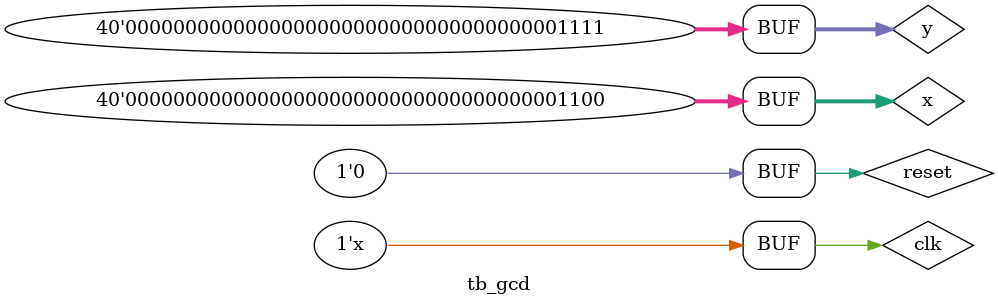
<source format=v>
`timescale 1ns / 1ps

/** @module : tb_gcd
 *  @author : Secure Trusted and Assured Microelectronics (STAM) Center

 *  Copyright (c) 2023 PQC.Secure (STAM/SCAI/ASU)
 *  Permission is hereby granted, free of charge, to any person obtaining a copy
 *  of this software and associated documentation files (the "Software"), to deal
 *  in the Software without restriction, including without limitation the rights
 *  to use, copy, modify, merge, publish, distribute, sublicense, and/or sell
 *  copies of the Software, and to permit persons to whom the Software is
 *  furnished to do so, subject to the following conditions:
 *  The above copyright notice and this permission notice shall be included in
 *  all copies or substantial portions of the Software.
 *
 *  THE SOFTWARE IS PROVIDED "AS IS", WITHOUT WARRANTY OF ANY KIND, EXPRESS OR
 *  IMPLIED, INCLUDING BUT NOT LIMITED TO THE WARRANTIES OF MERCHANTABILITY,
 *  FITNESS FOR A PARTICULAR PURPOSE AND NONINFRINGEMENT. IN NO EVENT SHALL THE
 *  AUTHORS OR COPYRIGHT HOLDERS BE LIABLE FOR ANY CLAIM, DAMAGES OR OTHER
 *  LIABILITY, WHETHER IN AN ACTION OF CONTRACT, TORT OR OTHERWISE, ARISING FROM,
 *  OUT OF OR IN CONNECTION WITH THE SOFTWARE OR THE USE OR OTHER DEALINGS IN
 *  THE SOFTWARE.
 *
 *
 */

module tb_gcd;

reg clk, reset;
reg [39:0] x, y;
wire [39:0] result;

gcd dut(.clk(clk), .reset(reset), .x(x), .y(y), .result(result));

always #5 clk = ~clk;

initial begin
    clk = 0;
    reset = 1;
    x = 12;
    y = 15;
    #10; reset = 0;
    //#10; x = 12; y = 4;
end

endmodule

</source>
